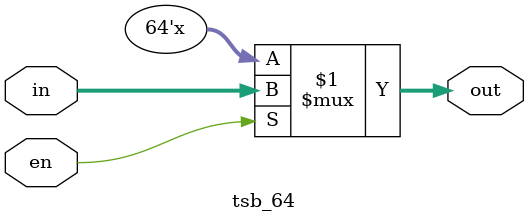
<source format=v>
module tsb_64(
	input [63:0] in,
	output [63:0] out,
	input en
	);
	
	assign out = en ? in : 64'bz;
	
endmodule

</source>
